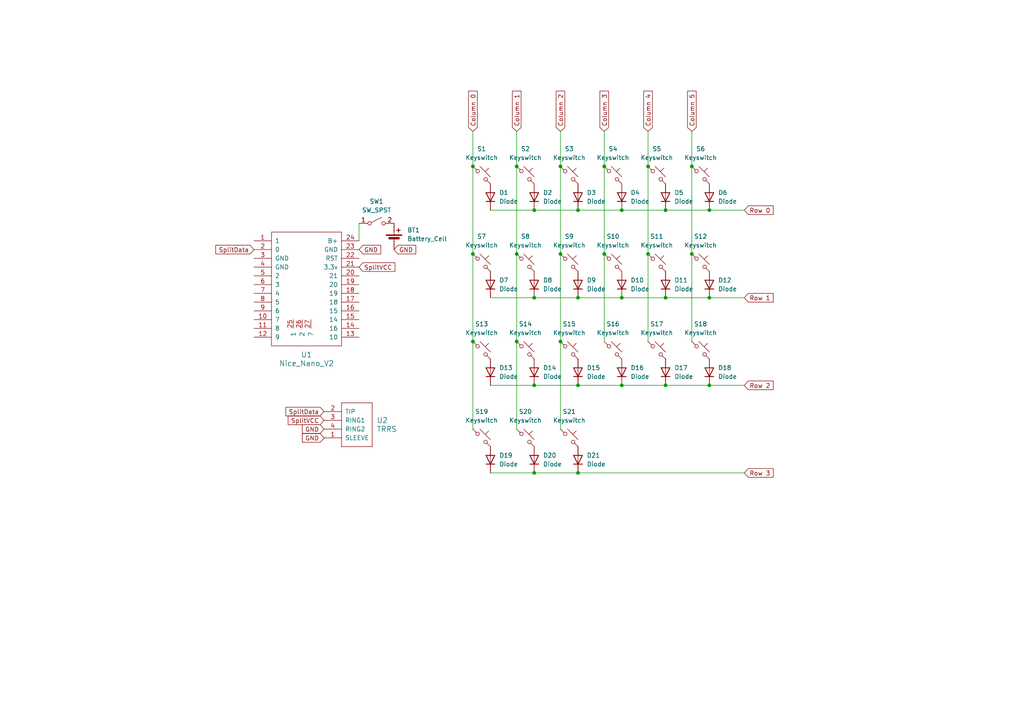
<source format=kicad_sch>
(kicad_sch (version 20250114) (generator "eeschema") (generator_version "9.0")
  (paper "A4")
  (lib_symbols
    (symbol "Device:Battery_Cell" (pin_numbers (hide yes)) (pin_names (offset 0) (hide yes))
      (property "Reference" "BT" (at 2.54 2.54 0))
      (property "Value" "Battery_Cell" (at 2.54 0 0))
      (symbol "Battery_Cell_0_1"
        (rectangle (start -2.286 1.778) (end 2.286 1.524) (fill (type outline)))
        (rectangle (start -1.524 1.016) (end 1.524 0.508) (fill (type outline)))
        (polyline (pts (xy 0 1.778) (xy 0 2.54)))
        (polyline (pts (xy 0 0.762) (xy 0 0)))
        (polyline (pts (xy 0.762 3.048) (xy 1.778 3.048)) (stroke (width 0.254)))
        (polyline (pts (xy 1.27 3.556) (xy 1.27 2.54)) (stroke (width 0.254)))
      )
      (symbol "Battery_Cell_1_1"
        (pin passive line (at 0 5.08 270) (length 2.54) (name "+") (number "1"))
        (pin passive line (at 0 -2.54 90) (length 2.54) (name "-") (number "2"))
      )
    )
    (symbol "ScottoKeebs:MCU_Nice_Nano_V2" (pin_names (offset 1.016))
      (property "Reference" "U" (at 0 0 0))
      (property "Value" "Nice_Nano_V2" (at 0 -19.05 0))
      (symbol "MCU_Nice_Nano_V2_0_1"
        (rectangle (start -10.16 16.51) (end 10.16 -16.51))
      )
      (symbol "MCU_Nice_Nano_V2_1_1"
        (pin input line (at -15.24 13.97 0) (length 5.08) (name "1") (number "1"))
        (pin input line (at -15.24 11.43 0) (length 5.08) (name "0") (number "2"))
        (pin input line (at -15.24 8.89 0) (length 5.08) (name "GND") (number "3"))
        (pin input line (at -15.24 6.35 0) (length 5.08) (name "GND") (number "4"))
        (pin input line (at -15.24 3.81 0) (length 5.08) (name "2") (number "5"))
        (pin input line (at -15.24 1.27 0) (length 5.08) (name "3") (number "6"))
        (pin input line (at -15.24 -1.27 0) (length 5.08) (name "4") (number "7"))
        (pin input line (at -15.24 -3.81 0) (length 5.08) (name "5") (number "8"))
        (pin input line (at -15.24 -6.35 0) (length 5.08) (name "6") (number "9"))
        (pin input line (at -15.24 -8.89 0) (length 5.08) (name "7") (number "10"))
        (pin input line (at -15.24 -11.43 0) (length 5.08) (name "8") (number "11"))
        (pin input line (at -15.24 -13.97 0) (length 5.08) (name "9") (number "12"))
        (pin input line (at -3.81 -8.89 270) (length 2.5) (name "1") (number "25"))
        (pin input line (at -1.27 -8.89 270) (length 2.5) (name "2") (number "26"))
        (pin input line (at 1.27 -8.89 270) (length 2.5) (name "7") (number "27"))
        (pin input line (at 15.24 13.97 180) (length 5.08) (name "B+") (number "24"))
        (pin input line (at 15.24 11.43 180) (length 5.08) (name "GND") (number "23"))
        (pin input line (at 15.24 8.89 180) (length 5.08) (name "RST") (number "22"))
        (pin input line (at 15.24 6.35 180) (length 5.08) (name "3.3v") (number "21"))
        (pin input line (at 15.24 3.81 180) (length 5.08) (name "21") (number "20"))
        (pin input line (at 15.24 1.27 180) (length 5.08) (name "20") (number "19"))
        (pin input line (at 15.24 -1.27 180) (length 5.08) (name "19") (number "18"))
        (pin input line (at 15.24 -3.81 180) (length 5.08) (name "18") (number "17"))
        (pin input line (at 15.24 -6.35 180) (length 5.08) (name "15") (number "16"))
        (pin input line (at 15.24 -8.89 180) (length 5.08) (name "14") (number "15"))
        (pin input line (at 15.24 -11.43 180) (length 5.08) (name "16") (number "14"))
        (pin input line (at 15.24 -13.97 180) (length 5.08) (name "10") (number "13"))
      )
    )
    (symbol "ScottoKeebs:Placeholder_Diode" (pin_numbers (hide yes)) (pin_names (hide yes))
      (property "Reference" "D" (at 0 2.54 0))
      (property "Value" "Diode" (at 0 -2.54 0))
      (symbol "Placeholder_Diode_0_1"
        (polyline (pts (xy -1.27 1.27) (xy -1.27 -1.27)) (stroke (width 0.254)))
        (polyline (pts (xy 1.27 1.27) (xy 1.27 -1.27) (xy -1.27 0) (xy 1.27 1.27)) (stroke (width 0.254)))
        (polyline (pts (xy 1.27 0) (xy -1.27 0)))
      )
      (symbol "Placeholder_Diode_1_1"
        (pin passive line (at -3.81 0 0) (length 2.54) (name "K") (number "1"))
        (pin passive line (at 3.81 0 180) (length 2.54) (name "A") (number "2"))
      )
    )
    (symbol "ScottoKeebs:Placeholder_Keyswitch" (pin_numbers (hide yes)) (pin_names (offset 1.016) (hide yes))
      (property "Reference" "S" (at 3.048 1.016 0))
      (property "Value" "Keyswitch" (at 0 -3.81 0))
      (symbol "Placeholder_Keyswitch_0_1"
        (polyline (pts (xy -2.54 2.54) (xy -1.524 1.524) (xy -1.524 1.524)))
        (circle (center -1.1684 1.1684) (radius 0.508))
        (polyline (pts (xy -0.508 2.54) (xy 2.54 -0.508)))
        (polyline (pts (xy 1.016 1.016) (xy 2.032 2.032)))
        (circle (center 1.143 -1.1938) (radius 0.508))
        (polyline (pts (xy 1.524 -1.524) (xy 2.54 -2.54) (xy 2.54 -2.54) (xy 2.54 -2.54)))
        (pin passive line (at -2.54 2.54 0) (length 0) (name "1") (number "1"))
        (pin passive line (at 2.54 -2.54 180) (length 0) (name "2") (number "2"))
      )
    )
    (symbol "ScottoKeebs:Placeholder_TRRS" (pin_names (offset 1.016))
      (property "Reference" "U" (at 0 15.24 0))
      (property "Value" "TRRS" (at 0 -2.54 0))
      (symbol "Placeholder_TRRS_0_1"
        (rectangle (start -3.81 12.7) (end 5.08 12.7))
        (rectangle (start -3.81 0) (end -3.81 12.7))
        (rectangle (start -3.81 0) (end 5.08 0))
        (rectangle (start 5.08 12.7) (end 5.08 0))
      )
      (symbol "Placeholder_TRRS_1_1"
        (pin input line (at -8.89 10.16 0) (length 5.08) (name "TIP") (number "2"))
        (pin input line (at -8.89 7.62 0) (length 5.08) (name "RING1") (number "3"))
        (pin input line (at -8.89 5.08 0) (length 5.08) (name "RING2") (number "4"))
        (pin input line (at -8.89 2.54 0) (length 5.08) (name "SLEEVE") (number "1"))
      )
    )
    (symbol "Switch:SW_SPST" (pin_names (offset 0) (hide yes))
      (property "Reference" "SW" (at 0 3.175 0))
      (property "Value" "SW_SPST" (at 0 -2.54 0))
      (symbol "SW_SPST_0_0"
        (circle (center -2.032 0) (radius 0.508))
        (polyline (pts (xy -1.524 0.254) (xy 1.524 1.778)))
        (circle (center 2.032 0) (radius 0.508))
      )
      (symbol "SW_SPST_1_1"
        (pin passive line (at -5.08 0 0) (length 2.54) (name "A") (number "1"))
        (pin passive line (at 5.08 0 180) (length 2.54) (name "B") (number "2"))
      )
    )
  )
  (junction (at 137.16 99.06))
  (junction (at 200.66 73.66))
  (junction (at 162.56 73.66))
  (junction (at 137.16 48.26))
  (junction (at 187.96 48.26))
  (junction (at 205.74 86.36))
  (junction (at 205.74 60.96))
  (junction (at 149.86 99.06))
  (junction (at 137.16 73.66))
  (junction (at 167.64 60.96))
  (junction (at 154.94 86.36))
  (junction (at 167.64 86.36))
  (junction (at 180.34 111.76))
  (junction (at 193.04 111.76))
  (junction (at 167.64 111.76))
  (junction (at 162.56 99.06))
  (junction (at 154.94 137.16))
  (junction (at 167.64 137.16))
  (junction (at 180.34 86.36))
  (junction (at 175.26 73.66))
  (junction (at 180.34 60.96))
  (junction (at 200.66 48.26))
  (junction (at 187.96 73.66))
  (junction (at 175.26 48.26))
  (junction (at 149.86 48.26))
  (junction (at 205.74 111.76))
  (junction (at 193.04 86.36))
  (junction (at 154.94 60.96))
  (junction (at 149.86 73.66))
  (junction (at 154.94 111.76))
  (junction (at 193.04 60.96))
  (junction (at 162.56 48.26))
  (wire (pts (xy 200.66 73.66) (xy 200.66 99.06)))
  (wire (pts (xy 154.94 111.76) (xy 167.64 111.76)))
  (wire (pts (xy 154.94 60.96) (xy 167.64 60.96)))
  (wire (pts (xy 137.16 48.26) (xy 137.16 73.66)))
  (wire (pts (xy 137.16 73.66) (xy 137.16 99.06)))
  (wire (pts (xy 175.26 38.1) (xy 175.26 48.26)))
  (wire (pts (xy 154.94 137.16) (xy 167.64 137.16)))
  (wire (pts (xy 193.04 60.96) (xy 205.74 60.96)))
  (wire (pts (xy 187.96 73.66) (xy 187.96 99.06)))
  (wire (pts (xy 142.24 111.76) (xy 154.94 111.76)))
  (wire (pts (xy 137.16 99.06) (xy 137.16 124.46)))
  (wire (pts (xy 137.16 38.1) (xy 137.16 48.26)))
  (wire (pts (xy 175.26 73.66) (xy 175.26 99.06)))
  (wire (pts (xy 187.96 38.1) (xy 187.96 48.26)))
  (wire (pts (xy 167.64 111.76) (xy 180.34 111.76)))
  (wire (pts (xy 193.04 111.76) (xy 205.74 111.76)))
  (wire (pts (xy 149.86 48.26) (xy 149.86 73.66)))
  (wire (pts (xy 167.64 137.16) (xy 215.9 137.16)))
  (wire (pts (xy 142.24 86.36) (xy 154.94 86.36)))
  (wire (pts (xy 167.64 86.36) (xy 180.34 86.36)))
  (wire (pts (xy 200.66 48.26) (xy 200.66 73.66)))
  (wire (pts (xy 205.74 111.76) (xy 215.9 111.76)))
  (wire (pts (xy 215.9 60.96) (xy 205.74 60.96)))
  (wire (pts (xy 149.86 38.1) (xy 149.86 48.26)))
  (wire (pts (xy 193.04 86.36) (xy 205.74 86.36)))
  (wire (pts (xy 142.24 137.16) (xy 154.94 137.16)))
  (wire (pts (xy 180.34 111.76) (xy 193.04 111.76)))
  (wire (pts (xy 200.66 38.1) (xy 200.66 48.26)))
  (wire (pts (xy 162.56 48.26) (xy 162.56 73.66)))
  (wire (pts (xy 149.86 99.06) (xy 149.86 124.46)))
  (wire (pts (xy 154.94 86.36) (xy 167.64 86.36)))
  (wire (pts (xy 167.64 60.96) (xy 180.34 60.96)))
  (wire (pts (xy 142.24 60.96) (xy 154.94 60.96)))
  (wire (pts (xy 215.9 86.36) (xy 205.74 86.36)))
  (wire (pts (xy 162.56 73.66) (xy 162.56 99.06)))
  (wire (pts (xy 149.86 73.66) (xy 149.86 99.06)))
  (wire (pts (xy 180.34 86.36) (xy 193.04 86.36)))
  (wire (pts (xy 180.34 60.96) (xy 193.04 60.96)))
  (wire (pts (xy 104.14 64.77) (xy 104.14 69.85)))
  (wire (pts (xy 175.26 48.26) (xy 175.26 73.66)))
  (wire (pts (xy 162.56 38.1) (xy 162.56 48.26)))
  (wire (pts (xy 187.96 48.26) (xy 187.96 73.66)))
  (wire (pts (xy 162.56 99.06) (xy 162.56 124.46)))
  (global_label "SplitData" (shape input) (at 93.98 119.38 180) (property "Intersheetrefs" "${INTERSHEET_REFS}" (effects (hide yes))))
  (global_label "Row 0" (shape input) (at 215.9 60.96 0) (property "Intersheetrefs" "${INTERSHEET_REFS}" (effects (hide yes))))
  (global_label "Column 2" (shape input) (at 162.56 38.1 90) (property "Intersheetrefs" "${INTERSHEET_REFS}" (effects (hide yes))))
  (global_label "Column 3" (shape input) (at 175.26 38.1 90) (property "Intersheetrefs" "${INTERSHEET_REFS}" (effects (hide yes))))
  (global_label "Row 2" (shape input) (at 215.9 111.76 0) (property "Intersheetrefs" "${INTERSHEET_REFS}" (effects (hide yes))))
  (global_label "Column 1" (shape input) (at 149.86 38.1 90) (property "Intersheetrefs" "${INTERSHEET_REFS}" (effects (hide yes))))
  (global_label "SplitVCC" (shape input) (at 104.14 77.47 0) (property "Intersheetrefs" "${INTERSHEET_REFS}" (effects (hide yes))))
  (global_label "GND" (shape input) (at 93.98 124.46 180) (property "Intersheetrefs" "${INTERSHEET_REFS}" (effects (hide yes))))
  (global_label "SplitData" (shape input) (at 73.66 72.39 180) (property "Intersheetrefs" "${INTERSHEET_REFS}" (effects (hide yes))))
  (global_label "Column 5" (shape input) (at 200.66 38.1 90) (property "Intersheetrefs" "${INTERSHEET_REFS}" (effects (hide yes))))
  (global_label "Row 3" (shape input) (at 215.9 137.16 0) (property "Intersheetrefs" "${INTERSHEET_REFS}" (effects (hide yes))))
  (global_label "SplitVCC" (shape input) (at 93.98 121.92 180) (property "Intersheetrefs" "${INTERSHEET_REFS}" (effects (hide yes))))
  (global_label "Column 4" (shape input) (at 187.96 38.1 90) (property "Intersheetrefs" "${INTERSHEET_REFS}" (effects (hide yes))))
  (global_label "GND" (shape input) (at 93.98 127 180) (property "Intersheetrefs" "${INTERSHEET_REFS}" (effects (hide yes))))
  (global_label "GND" (shape input) (at 114.3 72.39 0) (property "Intersheetrefs" "${INTERSHEET_REFS}" (effects (hide yes))))
  (global_label "Column 0" (shape input) (at 137.16 38.1 90) (property "Intersheetrefs" "${INTERSHEET_REFS}" (effects (hide yes))))
  (global_label "Row 1" (shape input) (at 215.9 86.36 0) (property "Intersheetrefs" "${INTERSHEET_REFS}" (effects (hide yes))))
  (global_label "GND" (shape input) (at 104.14 72.39 0) (property "Intersheetrefs" "${INTERSHEET_REFS}" (effects (hide yes))))
  (symbol (lib_id "ScottoKeebs:Placeholder_Keyswitch") (at 177.8 76.2 0) (unit 1)
    (property "Reference" "S10" (at 177.8 68.58 0))
    (property "Value" "Keyswitch" (at 177.8 71.12 0))
    (property "Footprint" "ScottoKeebs_Hotswap:Hotswap_Choc_V1_1.00u" (effects (hide yes)))
    (property "Description" "Push button switch, normally open, two pins, 45° tilted" (effects (hide yes)))
  )
  (symbol (lib_id "ScottoKeebs:Placeholder_Diode") (at 142.24 133.35 90) (unit 1)
    (property "Reference" "D19" (at 144.78 132.0799 90) (effects (justify right)))
    (property "Value" "Diode" (at 144.78 134.6199 90) (effects (justify right)))
    (property "Footprint" "ScottoKeebs_Components:Diode_SOD-123" (effects (hide yes)))
    (property "Description" "1N4148 (DO-35) or 1N4148W (SOD-123)" (effects (hide yes)))
    (property "Sim.Device" "D" (effects (hide yes)))
    (property "Sim.Pins" "1=K 2=A" (effects (hide yes)))
  )
  (symbol (lib_id "ScottoKeebs:Placeholder_Diode") (at 193.04 107.95 90) (unit 1)
    (property "Reference" "D17" (at 195.58 106.6799 90) (effects (justify right)))
    (property "Value" "Diode" (at 195.58 109.2199 90) (effects (justify right)))
    (property "Footprint" "ScottoKeebs_Components:Diode_SOD-123" (effects (hide yes)))
    (property "Description" "1N4148 (DO-35) or 1N4148W (SOD-123)" (effects (hide yes)))
    (property "Sim.Device" "D" (effects (hide yes)))
    (property "Sim.Pins" "1=K 2=A" (effects (hide yes)))
  )
  (symbol (lib_id "ScottoKeebs:Placeholder_Diode") (at 154.94 57.15 90) (unit 1)
    (property "Reference" "D2" (at 157.48 55.8799 90) (effects (justify right)))
    (property "Value" "Diode" (at 157.48 58.4199 90) (effects (justify right)))
    (property "Footprint" "ScottoKeebs_Components:Diode_SOD-123" (effects (hide yes)))
    (property "Description" "1N4148 (DO-35) or 1N4148W (SOD-123)" (effects (hide yes)))
    (property "Sim.Device" "D" (effects (hide yes)))
    (property "Sim.Pins" "1=K 2=A" (effects (hide yes)))
  )
  (symbol (lib_id "ScottoKeebs:Placeholder_Keyswitch") (at 165.1 50.8 0) (unit 1)
    (property "Reference" "S3" (at 165.1 43.18 0))
    (property "Value" "Keyswitch" (at 165.1 45.72 0))
    (property "Footprint" "ScottoKeebs_Hotswap:Hotswap_Choc_V1_1.00u" (effects (hide yes)))
    (property "Description" "Push button switch, normally open, two pins, 45° tilted" (effects (hide yes)))
  )
  (symbol (lib_id "ScottoKeebs:Placeholder_Keyswitch") (at 165.1 76.2 0) (unit 1)
    (property "Reference" "S9" (at 165.1 68.58 0))
    (property "Value" "Keyswitch" (at 165.1 71.12 0))
    (property "Footprint" "ScottoKeebs_Hotswap:Hotswap_Choc_V1_1.00u" (effects (hide yes)))
    (property "Description" "Push button switch, normally open, two pins, 45° tilted" (effects (hide yes)))
  )
  (symbol (lib_id "ScottoKeebs:Placeholder_Diode") (at 193.04 57.15 90) (unit 1)
    (property "Reference" "D5" (at 195.58 55.8799 90) (effects (justify right)))
    (property "Value" "Diode" (at 195.58 58.4199 90) (effects (justify right)))
    (property "Footprint" "ScottoKeebs_Components:Diode_SOD-123" (effects (hide yes)))
    (property "Description" "1N4148 (DO-35) or 1N4148W (SOD-123)" (effects (hide yes)))
    (property "Sim.Device" "D" (effects (hide yes)))
    (property "Sim.Pins" "1=K 2=A" (effects (hide yes)))
  )
  (symbol (lib_id "ScottoKeebs:Placeholder_Keyswitch") (at 139.7 76.2 0) (unit 1)
    (property "Reference" "S7" (at 139.7 68.58 0))
    (property "Value" "Keyswitch" (at 139.7 71.12 0))
    (property "Footprint" "ScottoKeebs_Hotswap:Hotswap_Choc_V1_1.00u" (effects (hide yes)))
    (property "Description" "Push button switch, normally open, two pins, 45° tilted" (effects (hide yes)))
  )
  (symbol (lib_id "ScottoKeebs:Placeholder_Diode") (at 205.74 82.55 90) (unit 1)
    (property "Reference" "D12" (at 208.28 81.2799 90) (effects (justify right)))
    (property "Value" "Diode" (at 208.28 83.8199 90) (effects (justify right)))
    (property "Footprint" "ScottoKeebs_Components:Diode_SOD-123" (effects (hide yes)))
    (property "Description" "1N4148 (DO-35) or 1N4148W (SOD-123)" (effects (hide yes)))
    (property "Sim.Device" "D" (effects (hide yes)))
    (property "Sim.Pins" "1=K 2=A" (effects (hide yes)))
  )
  (symbol (lib_id "ScottoKeebs:Placeholder_Keyswitch") (at 190.5 76.2 0) (unit 1)
    (property "Reference" "S11" (at 190.5 68.58 0))
    (property "Value" "Keyswitch" (at 190.5 71.12 0))
    (property "Footprint" "ScottoKeebs_Hotswap:Hotswap_Choc_V1_1.00u" (effects (hide yes)))
    (property "Description" "Push button switch, normally open, two pins, 45° tilted" (effects (hide yes)))
  )
  (symbol (lib_id "ScottoKeebs:Placeholder_Keyswitch") (at 139.7 101.6 0) (unit 1)
    (property "Reference" "S13" (at 139.7 93.98 0))
    (property "Value" "Keyswitch" (at 139.7 96.52 0))
    (property "Footprint" "ScottoKeebs_Hotswap:Hotswap_Choc_V1_1.00u" (effects (hide yes)))
    (property "Description" "Push button switch, normally open, two pins, 45° tilted" (effects (hide yes)))
  )
  (symbol (lib_id "ScottoKeebs:Placeholder_Keyswitch") (at 177.8 50.8 0) (unit 1)
    (property "Reference" "S4" (at 177.8 43.18 0))
    (property "Value" "Keyswitch" (at 177.8 45.72 0))
    (property "Footprint" "ScottoKeebs_Hotswap:Hotswap_Choc_V1_1.00u" (effects (hide yes)))
    (property "Description" "Push button switch, normally open, two pins, 45° tilted" (effects (hide yes)))
  )
  (symbol (lib_id "ScottoKeebs:Placeholder_Diode") (at 180.34 82.55 90) (unit 1)
    (property "Reference" "D10" (at 182.88 81.2799 90) (effects (justify right)))
    (property "Value" "Diode" (at 182.88 83.8199 90) (effects (justify right)))
    (property "Footprint" "ScottoKeebs_Components:Diode_SOD-123" (effects (hide yes)))
    (property "Description" "1N4148 (DO-35) or 1N4148W (SOD-123)" (effects (hide yes)))
    (property "Sim.Device" "D" (effects (hide yes)))
    (property "Sim.Pins" "1=K 2=A" (effects (hide yes)))
  )
  (symbol (lib_id "Switch:SW_SPST") (at 109.22 64.77 0) (unit 1)
    (property "Reference" "SW1" (at 109.22 58.42 0))
    (property "Value" "SW_SPST" (at 109.22 60.96 0))
    (property "Footprint" "Button_Switch_THT:SW_Slide_SPDT_Straight_CK_OS102011MS2Q" (effects (hide yes)))
    (property "Description" "Single Pole Single Throw (SPST) switch" (effects (hide yes)))
  )
  (symbol (lib_id "ScottoKeebs:Placeholder_Keyswitch") (at 165.1 127 0) (unit 1)
    (property "Reference" "S21" (at 165.1 119.38 0))
    (property "Value" "Keyswitch" (at 165.1 121.92 0))
    (property "Footprint" "ScottoKeebs_Hotswap:Hotswap_Choc_V1_1.00u" (effects (hide yes)))
    (property "Description" "Push button switch, normally open, two pins, 45° tilted" (effects (hide yes)))
  )
  (symbol (lib_id "ScottoKeebs:Placeholder_Keyswitch") (at 139.7 127 0) (unit 1)
    (property "Reference" "S19" (at 139.7 119.38 0))
    (property "Value" "Keyswitch" (at 139.7 121.92 0))
    (property "Footprint" "ScottoKeebs_Hotswap:Hotswap_Choc_V1_1.00u" (effects (hide yes)))
    (property "Description" "Push button switch, normally open, two pins, 45° tilted" (effects (hide yes)))
  )
  (symbol (lib_id "ScottoKeebs:Placeholder_Keyswitch") (at 152.4 101.6 0) (unit 1)
    (property "Reference" "S14" (at 152.4 93.98 0))
    (property "Value" "Keyswitch" (at 152.4 96.52 0))
    (property "Footprint" "ScottoKeebs_Hotswap:Hotswap_Choc_V1_1.00u" (effects (hide yes)))
    (property "Description" "Push button switch, normally open, two pins, 45° tilted" (effects (hide yes)))
  )
  (symbol (lib_id "Device:Battery_Cell") (at 114.3 69.85 0) (unit 1)
    (property "Reference" "BT1" (at 118.11 66.7384 0) (effects (justify left)))
    (property "Value" "Battery_Cell" (at 118.11 69.2784 0) (effects (justify left)))
    (property "Footprint" "Connector_JST:JST_PH_S2B-PH-K_1x02_P2.00mm_Horizontal" (effects (hide yes)))
    (property "Description" "Single-cell battery" (effects (hide yes)))
  )
  (symbol (lib_id "ScottoKeebs:Placeholder_Keyswitch") (at 190.5 101.6 0) (unit 1)
    (property "Reference" "S17" (at 190.5 93.98 0))
    (property "Value" "Keyswitch" (at 190.5 96.52 0))
    (property "Footprint" "ScottoKeebs_Hotswap:Hotswap_Choc_V1_1.00u" (effects (hide yes)))
    (property "Description" "Push button switch, normally open, two pins, 45° tilted" (effects (hide yes)))
  )
  (symbol (lib_id "ScottoKeebs:Placeholder_Diode") (at 193.04 82.55 90) (unit 1)
    (property "Reference" "D11" (at 195.58 81.2799 90) (effects (justify right)))
    (property "Value" "Diode" (at 195.58 83.8199 90) (effects (justify right)))
    (property "Footprint" "ScottoKeebs_Components:Diode_SOD-123" (effects (hide yes)))
    (property "Description" "1N4148 (DO-35) or 1N4148W (SOD-123)" (effects (hide yes)))
    (property "Sim.Device" "D" (effects (hide yes)))
    (property "Sim.Pins" "1=K 2=A" (effects (hide yes)))
  )
  (symbol (lib_id "ScottoKeebs:Placeholder_Keyswitch") (at 190.5 50.8 0) (unit 1)
    (property "Reference" "S5" (at 190.5 43.18 0))
    (property "Value" "Keyswitch" (at 190.5 45.72 0))
    (property "Footprint" "ScottoKeebs_Hotswap:Hotswap_Choc_V1_1.00u" (effects (hide yes)))
    (property "Description" "Push button switch, normally open, two pins, 45° tilted" (effects (hide yes)))
  )
  (symbol (lib_id "ScottoKeebs:Placeholder_Diode") (at 154.94 107.95 90) (unit 1)
    (property "Reference" "D14" (at 157.48 106.6799 90) (effects (justify right)))
    (property "Value" "Diode" (at 157.48 109.2199 90) (effects (justify right)))
    (property "Footprint" "ScottoKeebs_Components:Diode_SOD-123" (effects (hide yes)))
    (property "Description" "1N4148 (DO-35) or 1N4148W (SOD-123)" (effects (hide yes)))
    (property "Sim.Device" "D" (effects (hide yes)))
    (property "Sim.Pins" "1=K 2=A" (effects (hide yes)))
  )
  (symbol (lib_id "ScottoKeebs:Placeholder_Keyswitch") (at 177.8 101.6 0) (unit 1)
    (property "Reference" "S16" (at 177.8 93.98 0))
    (property "Value" "Keyswitch" (at 177.8 96.52 0))
    (property "Footprint" "ScottoKeebs_Hotswap:Hotswap_Choc_V1_1.00u" (effects (hide yes)))
    (property "Description" "Push button switch, normally open, two pins, 45° tilted" (effects (hide yes)))
  )
  (symbol (lib_id "ScottoKeebs:Placeholder_Diode") (at 167.64 57.15 90) (unit 1)
    (property "Reference" "D3" (at 170.18 55.8799 90) (effects (justify right)))
    (property "Value" "Diode" (at 170.18 58.4199 90) (effects (justify right)))
    (property "Footprint" "ScottoKeebs_Components:Diode_SOD-123" (effects (hide yes)))
    (property "Description" "1N4148 (DO-35) or 1N4148W (SOD-123)" (effects (hide yes)))
    (property "Sim.Device" "D" (effects (hide yes)))
    (property "Sim.Pins" "1=K 2=A" (effects (hide yes)))
  )
  (symbol (lib_id "ScottoKeebs:Placeholder_Keyswitch") (at 152.4 50.8 0) (unit 1)
    (property "Reference" "S2" (at 152.4 43.18 0))
    (property "Value" "Keyswitch" (at 152.4 45.72 0))
    (property "Footprint" "ScottoKeebs_Hotswap:Hotswap_Choc_V1_1.00u" (effects (hide yes)))
    (property "Description" "Push button switch, normally open, two pins, 45° tilted" (effects (hide yes)))
  )
  (symbol (lib_id "ScottoKeebs:Placeholder_TRRS") (at 102.87 129.54 0) (unit 1)
    (property "Reference" "U2" (at 109.22 121.9199 0) (effects (font (size 1.524 1.524)) (justify left)))
    (property "Value" "TRRS" (at 109.22 124.4599 0) (effects (font (size 1.524 1.524)) (justify left)))
    (property "Footprint" "ScottoKeebs_Components:TRRS_PJ-320A" (effects (hide yes)))
  )
  (symbol (lib_id "ScottoKeebs:Placeholder_Diode") (at 167.64 82.55 90) (unit 1)
    (property "Reference" "D9" (at 170.18 81.2799 90) (effects (justify right)))
    (property "Value" "Diode" (at 170.18 83.8199 90) (effects (justify right)))
    (property "Footprint" "ScottoKeebs_Components:Diode_SOD-123" (effects (hide yes)))
    (property "Description" "1N4148 (DO-35) or 1N4148W (SOD-123)" (effects (hide yes)))
    (property "Sim.Device" "D" (effects (hide yes)))
    (property "Sim.Pins" "1=K 2=A" (effects (hide yes)))
  )
  (symbol (lib_id "ScottoKeebs:Placeholder_Keyswitch") (at 203.2 76.2 0) (unit 1)
    (property "Reference" "S12" (at 203.2 68.58 0))
    (property "Value" "Keyswitch" (at 203.2 71.12 0))
    (property "Footprint" "ScottoKeebs_Hotswap:Hotswap_Choc_V1_1.00u" (effects (hide yes)))
    (property "Description" "Push button switch, normally open, two pins, 45° tilted" (effects (hide yes)))
  )
  (symbol (lib_id "ScottoKeebs:Placeholder_Diode") (at 154.94 133.35 90) (unit 1)
    (property "Reference" "D20" (at 157.48 132.0799 90) (effects (justify right)))
    (property "Value" "Diode" (at 157.48 134.6199 90) (effects (justify right)))
    (property "Footprint" "ScottoKeebs_Components:Diode_SOD-123" (effects (hide yes)))
    (property "Description" "1N4148 (DO-35) or 1N4148W (SOD-123)" (effects (hide yes)))
    (property "Sim.Device" "D" (effects (hide yes)))
    (property "Sim.Pins" "1=K 2=A" (effects (hide yes)))
  )
  (symbol (lib_id "ScottoKeebs:Placeholder_Keyswitch") (at 152.4 127 0) (unit 1)
    (property "Reference" "S20" (at 152.4 119.38 0))
    (property "Value" "Keyswitch" (at 152.4 121.92 0))
    (property "Footprint" "ScottoKeebs_Hotswap:Hotswap_Choc_V1_1.50u_90deg" (effects (hide yes)))
    (property "Description" "Push button switch, normally open, two pins, 45° tilted" (effects (hide yes)))
  )
  (symbol (lib_id "ScottoKeebs:Placeholder_Diode") (at 205.74 107.95 90) (unit 1)
    (property "Reference" "D18" (at 208.28 106.6799 90) (effects (justify right)))
    (property "Value" "Diode" (at 208.28 109.2199 90) (effects (justify right)))
    (property "Footprint" "ScottoKeebs_Components:Diode_SOD-123" (effects (hide yes)))
    (property "Description" "1N4148 (DO-35) or 1N4148W (SOD-123)" (effects (hide yes)))
    (property "Sim.Device" "D" (effects (hide yes)))
    (property "Sim.Pins" "1=K 2=A" (effects (hide yes)))
  )
  (symbol (lib_id "ScottoKeebs:Placeholder_Keyswitch") (at 152.4 76.2 0) (unit 1)
    (property "Reference" "S8" (at 152.4 68.58 0))
    (property "Value" "Keyswitch" (at 152.4 71.12 0))
    (property "Footprint" "ScottoKeebs_Hotswap:Hotswap_Choc_V1_1.00u" (effects (hide yes)))
    (property "Description" "Push button switch, normally open, two pins, 45° tilted" (effects (hide yes)))
  )
  (symbol (lib_id "ScottoKeebs:Placeholder_Keyswitch") (at 203.2 50.8 0) (unit 1)
    (property "Reference" "S6" (at 203.2 43.18 0))
    (property "Value" "Keyswitch" (at 203.2 45.72 0))
    (property "Footprint" "ScottoKeebs_Hotswap:Hotswap_Choc_V1_1.00u" (effects (hide yes)))
    (property "Description" "Push button switch, normally open, two pins, 45° tilted" (effects (hide yes)))
  )
  (symbol (lib_id "ScottoKeebs:Placeholder_Diode") (at 180.34 107.95 90) (unit 1)
    (property "Reference" "D16" (at 182.88 106.6799 90) (effects (justify right)))
    (property "Value" "Diode" (at 182.88 109.2199 90) (effects (justify right)))
    (property "Footprint" "ScottoKeebs_Components:Diode_SOD-123" (effects (hide yes)))
    (property "Description" "1N4148 (DO-35) or 1N4148W (SOD-123)" (effects (hide yes)))
    (property "Sim.Device" "D" (effects (hide yes)))
    (property "Sim.Pins" "1=K 2=A" (effects (hide yes)))
  )
  (symbol (lib_id "ScottoKeebs:Placeholder_Keyswitch") (at 165.1 101.6 0) (unit 1)
    (property "Reference" "S15" (at 165.1 93.98 0))
    (property "Value" "Keyswitch" (at 165.1 96.52 0))
    (property "Footprint" "ScottoKeebs_Hotswap:Hotswap_Choc_V1_1.00u" (effects (hide yes)))
    (property "Description" "Push button switch, normally open, two pins, 45° tilted" (effects (hide yes)))
  )
  (symbol (lib_id "ScottoKeebs:Placeholder_Diode") (at 180.34 57.15 90) (unit 1)
    (property "Reference" "D4" (at 182.88 55.8799 90) (effects (justify right)))
    (property "Value" "Diode" (at 182.88 58.4199 90) (effects (justify right)))
    (property "Footprint" "ScottoKeebs_Components:Diode_SOD-123" (effects (hide yes)))
    (property "Description" "1N4148 (DO-35) or 1N4148W (SOD-123)" (effects (hide yes)))
    (property "Sim.Device" "D" (effects (hide yes)))
    (property "Sim.Pins" "1=K 2=A" (effects (hide yes)))
  )
  (symbol (lib_id "ScottoKeebs:Placeholder_Keyswitch") (at 203.2 101.6 0) (unit 1)
    (property "Reference" "S18" (at 203.2 93.98 0))
    (property "Value" "Keyswitch" (at 203.2 96.52 0))
    (property "Footprint" "ScottoKeebs_Hotswap:Hotswap_Choc_V1_1.00u" (effects (hide yes)))
    (property "Description" "Push button switch, normally open, two pins, 45° tilted" (effects (hide yes)))
  )
  (symbol (lib_id "ScottoKeebs:Placeholder_Diode") (at 142.24 57.15 90) (unit 1)
    (property "Reference" "D1" (at 144.78 55.8799 90) (effects (justify right)))
    (property "Value" "Diode" (at 144.78 58.4199 90) (effects (justify right)))
    (property "Footprint" "ScottoKeebs_Components:Diode_SOD-123" (effects (hide yes)))
    (property "Description" "1N4148 (DO-35) or 1N4148W (SOD-123)" (effects (hide yes)))
    (property "Sim.Device" "D" (effects (hide yes)))
    (property "Sim.Pins" "1=K 2=A" (effects (hide yes)))
  )
  (symbol (lib_id "ScottoKeebs:Placeholder_Diode") (at 154.94 82.55 90) (unit 1)
    (property "Reference" "D8" (at 157.48 81.2799 90) (effects (justify right)))
    (property "Value" "Diode" (at 157.48 83.8199 90) (effects (justify right)))
    (property "Footprint" "ScottoKeebs_Components:Diode_SOD-123" (effects (hide yes)))
    (property "Description" "1N4148 (DO-35) or 1N4148W (SOD-123)" (effects (hide yes)))
    (property "Sim.Device" "D" (effects (hide yes)))
    (property "Sim.Pins" "1=K 2=A" (effects (hide yes)))
  )
  (symbol (lib_id "ScottoKeebs:Placeholder_Diode") (at 167.64 107.95 90) (unit 1)
    (property "Reference" "D15" (at 170.18 106.6799 90) (effects (justify right)))
    (property "Value" "Diode" (at 170.18 109.2199 90) (effects (justify right)))
    (property "Footprint" "ScottoKeebs_Components:Diode_SOD-123" (effects (hide yes)))
    (property "Description" "1N4148 (DO-35) or 1N4148W (SOD-123)" (effects (hide yes)))
    (property "Sim.Device" "D" (effects (hide yes)))
    (property "Sim.Pins" "1=K 2=A" (effects (hide yes)))
  )
  (symbol (lib_id "ScottoKeebs:Placeholder_Diode") (at 205.74 57.15 90) (unit 1)
    (property "Reference" "D6" (at 208.28 55.8799 90) (effects (justify right)))
    (property "Value" "Diode" (at 208.28 58.4199 90) (effects (justify right)))
    (property "Footprint" "ScottoKeebs_Components:Diode_SOD-123" (effects (hide yes)))
    (property "Description" "1N4148 (DO-35) or 1N4148W (SOD-123)" (effects (hide yes)))
    (property "Sim.Device" "D" (effects (hide yes)))
    (property "Sim.Pins" "1=K 2=A" (effects (hide yes)))
  )
  (symbol (lib_id "ScottoKeebs:MCU_Nice_Nano_V2") (at 88.9 83.82 0) (unit 1)
    (property "Reference" "U1" (at 88.9 102.87 0) (effects (font (size 1.524 1.524))))
    (property "Value" "Nice_Nano_V2" (at 88.9 105.41 0) (effects (font (size 1.524 1.524))))
    (property "Footprint" "ScottoKeebs_MCU:Nice_Nano_V2" (effects (hide yes)))
  )
  (symbol (lib_id "ScottoKeebs:Placeholder_Diode") (at 167.64 133.35 90) (unit 1)
    (property "Reference" "D21" (at 170.18 132.0799 90) (effects (justify right)))
    (property "Value" "Diode" (at 170.18 134.6199 90) (effects (justify right)))
    (property "Footprint" "ScottoKeebs_Components:Diode_SOD-123" (effects (hide yes)))
    (property "Description" "1N4148 (DO-35) or 1N4148W (SOD-123)" (effects (hide yes)))
    (property "Sim.Device" "D" (effects (hide yes)))
    (property "Sim.Pins" "1=K 2=A" (effects (hide yes)))
  )
  (symbol (lib_id "ScottoKeebs:Placeholder_Keyswitch") (at 139.7 50.8 0) (unit 1)
    (property "Reference" "S1" (at 139.7 43.18 0))
    (property "Value" "Keyswitch" (at 139.7 45.72 0))
    (property "Footprint" "ScottoKeebs_Hotswap:Hotswap_Choc_V1_1.00u" (effects (hide yes)))
    (property "Description" "Push button switch, normally open, two pins, 45° tilted" (effects (hide yes)))
  )
  (symbol (lib_id "ScottoKeebs:Placeholder_Diode") (at 142.24 107.95 90) (unit 1)
    (property "Reference" "D13" (at 144.78 106.6799 90) (effects (justify right)))
    (property "Value" "Diode" (at 144.78 109.2199 90) (effects (justify right)))
    (property "Footprint" "ScottoKeebs_Components:Diode_SOD-123" (effects (hide yes)))
    (property "Description" "1N4148 (DO-35) or 1N4148W (SOD-123)" (effects (hide yes)))
    (property "Sim.Device" "D" (effects (hide yes)))
    (property "Sim.Pins" "1=K 2=A" (effects (hide yes)))
  )
  (symbol (lib_id "ScottoKeebs:Placeholder_Diode") (at 142.24 82.55 90) (unit 1)
    (property "Reference" "D7" (at 144.78 81.2799 90) (effects (justify right)))
    (property "Value" "Diode" (at 144.78 83.8199 90) (effects (justify right)))
    (property "Footprint" "ScottoKeebs_Components:Diode_SOD-123" (effects (hide yes)))
    (property "Description" "1N4148 (DO-35) or 1N4148W (SOD-123)" (effects (hide yes)))
    (property "Sim.Device" "D" (effects (hide yes)))
    (property "Sim.Pins" "1=K 2=A" (effects (hide yes)))
  )
)
</source>
